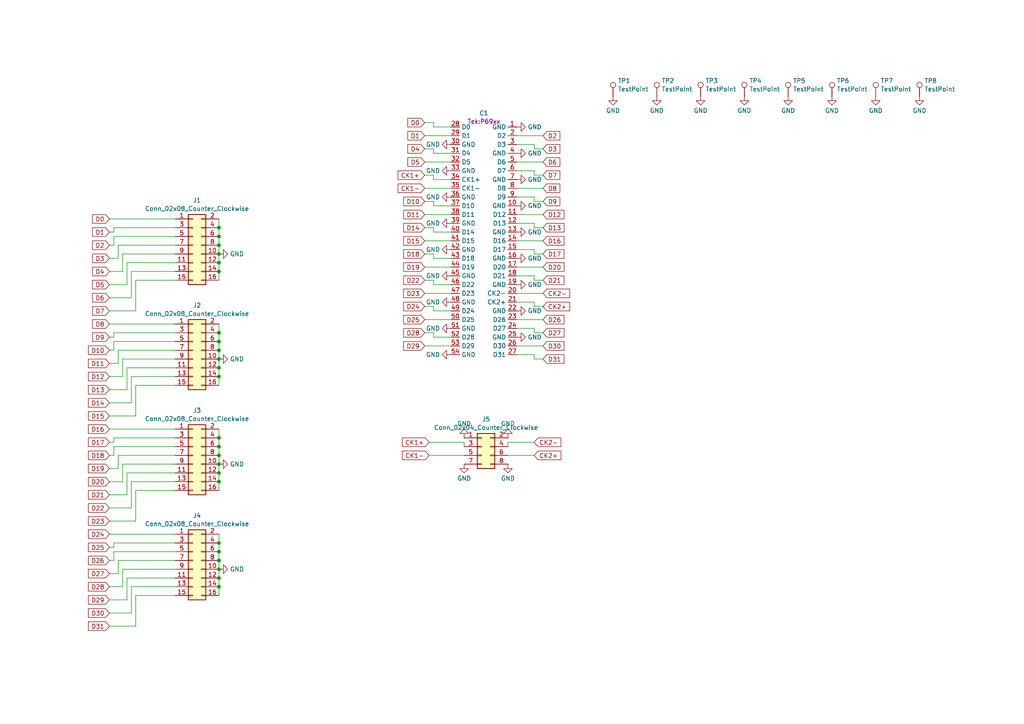
<source format=kicad_sch>
(kicad_sch (version 20231120) (generator "eeschema") (generator_version "8.0")
  (paper "A4")
  (lib_symbols
    (symbol "Connector:TestPoint" (pin_numbers hide) (pin_names (offset 0.762) hide)
      (property "Reference" "TP" (at 0 6.858 0))
      (property "Value" "TestPoint" (at 0 5.08 0))
      (symbol "TestPoint_0_1"
        (circle (center 0 3.302) (radius 0.762))
      )
      (symbol "TestPoint_1_1"
        (pin passive line (at 0 0 90) (length 2.54) (name "1") (number "1"))
      )
    )
    (symbol "Connector_Generic:Conn_02x04_Odd_Even" (pin_names (offset 1.016) hide)
      (property "Reference" "J" (at 1.27 5.08 0))
      (property "Value" "Conn_02x04_Odd_Even" (at 1.27 -7.62 0))
      (symbol "Conn_02x04_Odd_Even_1_1"
        (rectangle (start -1.27 -4.953) (end 0 -5.207) (stroke (width 0.1524)))
        (rectangle (start -1.27 -2.413) (end 0 -2.667) (stroke (width 0.1524)))
        (rectangle (start -1.27 0.127) (end 0 -0.127) (stroke (width 0.1524)))
        (rectangle (start -1.27 2.667) (end 0 2.413) (stroke (width 0.1524)))
        (rectangle (start -1.27 3.81) (end 3.81 -6.35) (stroke (width 0.254)) (fill (type background)))
        (rectangle (start 3.81 -4.953) (end 2.54 -5.207) (stroke (width 0.1524)))
        (rectangle (start 3.81 -2.413) (end 2.54 -2.667) (stroke (width 0.1524)))
        (rectangle (start 3.81 0.127) (end 2.54 -0.127) (stroke (width 0.1524)))
        (rectangle (start 3.81 2.667) (end 2.54 2.413) (stroke (width 0.1524)))
        (pin passive line (at -5.08 2.54 0) (length 3.81) (name "Pin_1") (number "1"))
        (pin passive line (at 7.62 2.54 180) (length 3.81) (name "Pin_2") (number "2"))
        (pin passive line (at -5.08 0 0) (length 3.81) (name "Pin_3") (number "3"))
        (pin passive line (at 7.62 0 180) (length 3.81) (name "Pin_4") (number "4"))
        (pin passive line (at -5.08 -2.54 0) (length 3.81) (name "Pin_5") (number "5"))
        (pin passive line (at 7.62 -2.54 180) (length 3.81) (name "Pin_6") (number "6"))
        (pin passive line (at -5.08 -5.08 0) (length 3.81) (name "Pin_7") (number "7"))
        (pin passive line (at 7.62 -5.08 180) (length 3.81) (name "Pin_8") (number "8"))
      )
    )
    (symbol "Connector_Generic:Conn_02x08_Odd_Even" (pin_names (offset 1.016) hide)
      (property "Reference" "J" (at 1.27 10.16 0))
      (property "Value" "Conn_02x08_Odd_Even" (at 1.27 -12.7 0))
      (symbol "Conn_02x08_Odd_Even_1_1"
        (rectangle (start -1.27 -10.033) (end 0 -10.287) (stroke (width 0.1524)))
        (rectangle (start -1.27 -7.493) (end 0 -7.747) (stroke (width 0.1524)))
        (rectangle (start -1.27 -4.953) (end 0 -5.207) (stroke (width 0.1524)))
        (rectangle (start -1.27 -2.413) (end 0 -2.667) (stroke (width 0.1524)))
        (rectangle (start -1.27 0.127) (end 0 -0.127) (stroke (width 0.1524)))
        (rectangle (start -1.27 2.667) (end 0 2.413) (stroke (width 0.1524)))
        (rectangle (start -1.27 5.207) (end 0 4.953) (stroke (width 0.1524)))
        (rectangle (start -1.27 7.747) (end 0 7.493) (stroke (width 0.1524)))
        (rectangle (start -1.27 8.89) (end 3.81 -11.43) (stroke (width 0.254)) (fill (type background)))
        (rectangle (start 3.81 -10.033) (end 2.54 -10.287) (stroke (width 0.1524)))
        (rectangle (start 3.81 -7.493) (end 2.54 -7.747) (stroke (width 0.1524)))
        (rectangle (start 3.81 -4.953) (end 2.54 -5.207) (stroke (width 0.1524)))
        (rectangle (start 3.81 -2.413) (end 2.54 -2.667) (stroke (width 0.1524)))
        (rectangle (start 3.81 0.127) (end 2.54 -0.127) (stroke (width 0.1524)))
        (rectangle (start 3.81 2.667) (end 2.54 2.413) (stroke (width 0.1524)))
        (rectangle (start 3.81 5.207) (end 2.54 4.953) (stroke (width 0.1524)))
        (rectangle (start 3.81 7.747) (end 2.54 7.493) (stroke (width 0.1524)))
        (pin passive line (at -5.08 7.62 0) (length 3.81) (name "Pin_1") (number "1"))
        (pin passive line (at 7.62 -2.54 180) (length 3.81) (name "Pin_10") (number "10"))
        (pin passive line (at -5.08 -5.08 0) (length 3.81) (name "Pin_11") (number "11"))
        (pin passive line (at 7.62 -5.08 180) (length 3.81) (name "Pin_12") (number "12"))
        (pin passive line (at -5.08 -7.62 0) (length 3.81) (name "Pin_13") (number "13"))
        (pin passive line (at 7.62 -7.62 180) (length 3.81) (name "Pin_14") (number "14"))
        (pin passive line (at -5.08 -10.16 0) (length 3.81) (name "Pin_15") (number "15"))
        (pin passive line (at 7.62 -10.16 180) (length 3.81) (name "Pin_16") (number "16"))
        (pin passive line (at 7.62 7.62 180) (length 3.81) (name "Pin_2") (number "2"))
        (pin passive line (at -5.08 5.08 0) (length 3.81) (name "Pin_3") (number "3"))
        (pin passive line (at 7.62 5.08 180) (length 3.81) (name "Pin_4") (number "4"))
        (pin passive line (at -5.08 2.54 0) (length 3.81) (name "Pin_5") (number "5"))
        (pin passive line (at 7.62 2.54 180) (length 3.81) (name "Pin_6") (number "6"))
        (pin passive line (at -5.08 0 0) (length 3.81) (name "Pin_7") (number "7"))
        (pin passive line (at 7.62 0 180) (length 3.81) (name "Pin_8") (number "8"))
        (pin passive line (at -5.08 -2.54 0) (length 3.81) (name "Pin_9") (number "9"))
      )
    )
    (symbol "power:GND" (power) (pin_numbers hide) (pin_names (offset 0) hide)
      (property "Value" "GND" (at 0 -3.81 0))
      (symbol "GND_0_1"
        (polyline (pts (xy 0 0) (xy 0 -1.27) (xy 1.27 -1.27) (xy 0 -2.54) (xy -1.27 -1.27) (xy 0 -1.27)))
      )
      (symbol "GND_1_1"
        (pin power_in line (at 0 0 270) (length 0) (name "~") (number "1"))
      )
    )
    (symbol "tek:P6960"
      (property "Reference" "C" (at 50.8 0 0))
      (property "Footprint" "Tek:P6960" (at 57.912 0.254 0))
      (symbol "P6960_1_1"
        (pin input line (at 3.81 38.1 180) (length 2.54) (name "GND") (number "1"))
        (pin input line (at 3.81 15.24 180) (length 2.54) (name "GND") (number "10"))
        (pin input line (at 3.81 12.7 180) (length 2.54) (name "D12") (number "11"))
        (pin input line (at 3.81 10.16 180) (length 2.54) (name "D13") (number "12"))
        (pin input line (at 3.81 7.62 180) (length 2.54) (name "GND") (number "13"))
        (pin input line (at 3.81 5.08 180) (length 2.54) (name "D16") (number "14"))
        (pin input line (at 3.81 2.54 180) (length 2.54) (name "D17") (number "15"))
        (pin input line (at 3.81 0 180) (length 2.54) (name "GND") (number "16"))
        (pin input line (at 3.81 -2.54 180) (length 2.54) (name "D20") (number "17"))
        (pin input line (at 3.81 -5.08 180) (length 2.54) (name "D21") (number "18"))
        (pin input line (at 3.81 -7.62 180) (length 2.54) (name "GND") (number "19"))
        (pin input line (at 3.81 35.56 180) (length 2.54) (name "D2") (number "2"))
        (pin input line (at 3.81 -10.16 180) (length 2.54) (name "CK2-") (number "20"))
        (pin input line (at 3.81 -12.7 180) (length 2.54) (name "CK2+") (number "21"))
        (pin input line (at 3.81 -15.24 180) (length 2.54) (name "GND") (number "22"))
        (pin input line (at 3.81 -17.78 180) (length 2.54) (name "D26") (number "23"))
        (pin input line (at 3.81 -20.32 180) (length 2.54) (name "D27") (number "24"))
        (pin input line (at 3.81 -22.86 180) (length 2.54) (name "GND") (number "25"))
        (pin input line (at 3.81 -25.4 180) (length 2.54) (name "D30") (number "26"))
        (pin input line (at 3.81 -27.94 180) (length 2.54) (name "D31") (number "27"))
        (pin input line (at -15.24 38.1 0) (length 2.54) (name "D0") (number "28"))
        (pin input line (at -15.24 35.56 0) (length 2.54) (name "D1") (number "29"))
        (pin input line (at 3.81 33.02 180) (length 2.54) (name "D3") (number "3"))
        (pin input line (at -15.24 33.02 0) (length 2.54) (name "GND") (number "30"))
        (pin input line (at -15.24 30.48 0) (length 2.54) (name "D4") (number "31"))
        (pin input line (at -15.24 27.94 0) (length 2.54) (name "D5") (number "32"))
        (pin input line (at -15.24 25.4 0) (length 2.54) (name "GND") (number "33"))
        (pin input line (at -15.24 22.86 0) (length 2.54) (name "CK1+") (number "34"))
        (pin input line (at -15.24 20.32 0) (length 2.54) (name "CK1-") (number "35"))
        (pin input line (at -15.24 17.78 0) (length 2.54) (name "GND") (number "36"))
        (pin input line (at -15.24 15.24 0) (length 2.54) (name "D10") (number "37"))
        (pin input line (at -15.24 12.7 0) (length 2.54) (name "D11") (number "38"))
        (pin input line (at -15.24 10.16 0) (length 2.54) (name "GND") (number "39"))
        (pin input line (at 3.81 30.48 180) (length 2.54) (name "GND") (number "4"))
        (pin input line (at -15.24 7.62 0) (length 2.54) (name "D14") (number "40"))
        (pin input line (at -15.24 5.08 0) (length 2.54) (name "D15") (number "41"))
        (pin input line (at -15.24 2.54 0) (length 2.54) (name "GND") (number "42"))
        (pin input line (at -15.24 0 0) (length 2.54) (name "D18") (number "43"))
        (pin input line (at -15.24 -2.54 0) (length 2.54) (name "D19") (number "44"))
        (pin input line (at -15.24 -5.08 0) (length 2.54) (name "GND") (number "45"))
        (pin input line (at -15.24 -7.62 0) (length 2.54) (name "D22") (number "46"))
        (pin input line (at -15.24 -10.16 0) (length 2.54) (name "D23") (number "47"))
        (pin input line (at -15.24 -12.7 0) (length 2.54) (name "GND") (number "48"))
        (pin input line (at -15.24 -15.24 0) (length 2.54) (name "D24") (number "49"))
        (pin input line (at 3.81 27.94 180) (length 2.54) (name "D6") (number "5"))
        (pin input line (at -15.24 -17.78 0) (length 2.54) (name "D25") (number "50"))
        (pin input line (at -15.24 -20.32 0) (length 2.54) (name "GND") (number "51"))
        (pin input line (at -15.24 -22.86 0) (length 2.54) (name "D28") (number "52"))
        (pin input line (at -15.24 -25.4 0) (length 2.54) (name "D29") (number "53"))
        (pin input line (at -15.24 -27.94 0) (length 2.54) (name "GND") (number "54"))
        (pin input line (at 3.81 25.4 180) (length 2.54) (name "D7") (number "6"))
        (pin input line (at 3.81 22.86 180) (length 2.54) (name "GND") (number "7"))
        (pin input line (at 3.81 20.32 180) (length 2.54) (name "D8") (number "8"))
        (pin input line (at 3.81 17.78 180) (length 2.54) (name "D9") (number "9"))
      )
    )
  )
  (junction (at 63.5 162.56))
  (junction (at 63.5 68.58))
  (junction (at 63.5 73.66))
  (junction (at 63.5 104.14))
  (junction (at 63.5 129.54))
  (junction (at 63.5 165.1))
  (junction (at 63.5 139.7))
  (junction (at 63.5 132.08))
  (junction (at 63.5 167.64))
  (junction (at 63.5 96.52))
  (junction (at 63.5 127))
  (junction (at 63.5 101.6))
  (junction (at 63.5 99.06))
  (junction (at 63.5 157.48))
  (junction (at 63.5 109.22))
  (junction (at 63.5 106.68))
  (junction (at 63.5 170.18))
  (junction (at 63.5 76.2))
  (junction (at 63.5 78.74))
  (junction (at 63.5 137.16))
  (junction (at 63.5 66.04))
  (junction (at 63.5 71.12))
  (junction (at 63.5 134.62))
  (junction (at 63.5 160.02))
  (wire (pts (xy 33.02 96.52) (xy 50.8 96.52)))
  (wire (pts (xy 39.37 172.72) (xy 50.8 172.72)))
  (wire (pts (xy 31.75 166.37) (xy 34.29 166.37)))
  (wire (pts (xy 39.37 120.65) (xy 39.37 111.76)))
  (wire (pts (xy 154.94 96.52) (xy 154.94 95.25)))
  (wire (pts (xy 123.19 88.9) (xy 125.73 88.9)))
  (wire (pts (xy 38.1 177.8) (xy 38.1 170.18)))
  (wire (pts (xy 31.75 78.74) (xy 35.56 78.74)))
  (wire (pts (xy 154.94 41.91) (xy 149.86 41.91)))
  (wire (pts (xy 33.02 157.48) (xy 50.8 157.48)))
  (wire (pts (xy 154.94 66.04) (xy 154.94 64.77)))
  (wire (pts (xy 123.19 81.28) (xy 125.73 81.28)))
  (wire (pts (xy 157.48 81.28) (xy 154.94 81.28)))
  (wire (pts (xy 36.83 113.03) (xy 36.83 106.68)))
  (wire (pts (xy 154.94 87.63) (xy 149.86 87.63)))
  (wire (pts (xy 154.94 102.87) (xy 149.86 102.87)))
  (wire (pts (xy 157.48 69.85) (xy 149.86 69.85)))
  (wire (pts (xy 63.5 78.74) (xy 63.5 81.28)))
  (wire (pts (xy 31.75 97.79) (xy 33.02 97.79)))
  (wire (pts (xy 63.5 106.68) (xy 63.5 109.22)))
  (wire (pts (xy 31.75 139.7) (xy 35.56 139.7)))
  (wire (pts (xy 154.94 104.14) (xy 154.94 102.87)))
  (wire (pts (xy 123.19 46.99) (xy 130.81 46.99)))
  (wire (pts (xy 34.29 105.41) (xy 34.29 101.6)))
  (wire (pts (xy 63.5 134.62) (xy 63.5 137.16)))
  (wire (pts (xy 34.29 135.89) (xy 34.29 132.08)))
  (wire (pts (xy 63.5 99.06) (xy 63.5 101.6)))
  (wire (pts (xy 36.83 143.51) (xy 36.83 137.16)))
  (wire (pts (xy 31.75 143.51) (xy 36.83 143.51)))
  (wire (pts (xy 34.29 166.37) (xy 34.29 162.56)))
  (wire (pts (xy 123.19 50.8) (xy 125.73 50.8)))
  (wire (pts (xy 157.48 50.8) (xy 154.94 50.8)))
  (wire (pts (xy 38.1 109.22) (xy 50.8 109.22)))
  (wire (pts (xy 63.5 68.58) (xy 63.5 71.12)))
  (wire (pts (xy 154.94 128.27) (xy 147.32 128.27)))
  (wire (pts (xy 63.5 165.1) (xy 63.5 167.64)))
  (wire (pts (xy 63.5 129.54) (xy 63.5 132.08)))
  (wire (pts (xy 123.19 69.85) (xy 130.81 69.85)))
  (wire (pts (xy 31.75 151.13) (xy 39.37 151.13)))
  (wire (pts (xy 38.1 78.74) (xy 50.8 78.74)))
  (wire (pts (xy 31.75 63.5) (xy 50.8 63.5)))
  (wire (pts (xy 157.48 73.66) (xy 154.94 73.66)))
  (wire (pts (xy 157.48 88.9) (xy 154.94 88.9)))
  (wire (pts (xy 125.73 43.18) (xy 125.73 44.45)))
  (wire (pts (xy 124.46 132.08) (xy 134.62 132.08)))
  (wire (pts (xy 157.48 85.09) (xy 149.86 85.09)))
  (wire (pts (xy 34.29 101.6) (xy 50.8 101.6)))
  (wire (pts (xy 154.94 88.9) (xy 154.94 87.63)))
  (wire (pts (xy 154.94 50.8) (xy 154.94 49.53)))
  (wire (pts (xy 123.19 39.37) (xy 130.81 39.37)))
  (wire (pts (xy 31.75 86.36) (xy 38.1 86.36)))
  (wire (pts (xy 39.37 90.17) (xy 39.37 81.28)))
  (wire (pts (xy 31.75 93.98) (xy 50.8 93.98)))
  (wire (pts (xy 63.5 109.22) (xy 63.5 111.76)))
  (wire (pts (xy 154.94 58.42) (xy 154.94 57.15)))
  (wire (pts (xy 38.1 86.36) (xy 38.1 78.74)))
  (wire (pts (xy 33.02 128.27) (xy 33.02 127)))
  (wire (pts (xy 31.75 116.84) (xy 38.1 116.84)))
  (wire (pts (xy 125.73 74.93) (xy 130.81 74.93)))
  (wire (pts (xy 63.5 137.16) (xy 63.5 139.7)))
  (wire (pts (xy 31.75 147.32) (xy 38.1 147.32)))
  (wire (pts (xy 36.83 106.68) (xy 50.8 106.68)))
  (wire (pts (xy 33.02 158.75) (xy 33.02 157.48)))
  (wire (pts (xy 63.5 154.94) (xy 63.5 157.48)))
  (wire (pts (xy 33.02 132.08) (xy 33.02 129.54)))
  (wire (pts (xy 35.56 104.14) (xy 50.8 104.14)))
  (wire (pts (xy 125.73 67.31) (xy 130.81 67.31)))
  (wire (pts (xy 31.75 113.03) (xy 36.83 113.03)))
  (wire (pts (xy 31.75 90.17) (xy 39.37 90.17)))
  (wire (pts (xy 123.19 92.71) (xy 130.81 92.71)))
  (wire (pts (xy 31.75 135.89) (xy 34.29 135.89)))
  (wire (pts (xy 31.75 154.94) (xy 50.8 154.94)))
  (wire (pts (xy 33.02 99.06) (xy 50.8 99.06)))
  (wire (pts (xy 157.48 100.33) (xy 149.86 100.33)))
  (wire (pts (xy 63.5 96.52) (xy 63.5 99.06)))
  (wire (pts (xy 125.73 52.07) (xy 130.81 52.07)))
  (wire (pts (xy 123.19 73.66) (xy 125.73 73.66)))
  (wire (pts (xy 33.02 66.04) (xy 50.8 66.04)))
  (wire (pts (xy 34.29 74.93) (xy 34.29 71.12)))
  (wire (pts (xy 33.02 68.58) (xy 50.8 68.58)))
  (wire (pts (xy 157.48 46.99) (xy 149.86 46.99)))
  (wire (pts (xy 63.5 132.08) (xy 63.5 134.62)))
  (wire (pts (xy 36.83 167.64) (xy 50.8 167.64)))
  (wire (pts (xy 63.5 63.5) (xy 63.5 66.04)))
  (wire (pts (xy 31.75 124.46) (xy 50.8 124.46)))
  (wire (pts (xy 31.75 132.08) (xy 33.02 132.08)))
  (wire (pts (xy 33.02 162.56) (xy 33.02 160.02)))
  (wire (pts (xy 31.75 177.8) (xy 38.1 177.8)))
  (wire (pts (xy 31.75 109.22) (xy 35.56 109.22)))
  (wire (pts (xy 33.02 160.02) (xy 50.8 160.02)))
  (wire (pts (xy 63.5 127) (xy 63.5 129.54)))
  (wire (pts (xy 123.19 43.18) (xy 125.73 43.18)))
  (wire (pts (xy 123.19 66.04) (xy 125.73 66.04)))
  (wire (pts (xy 147.32 128.27) (xy 147.32 129.54)))
  (wire (pts (xy 123.19 100.33) (xy 130.81 100.33)))
  (wire (pts (xy 31.75 128.27) (xy 33.02 128.27)))
  (wire (pts (xy 33.02 127) (xy 50.8 127)))
  (wire (pts (xy 38.1 139.7) (xy 50.8 139.7)))
  (wire (pts (xy 36.83 82.55) (xy 36.83 76.2)))
  (wire (pts (xy 123.19 35.56) (xy 125.73 35.56)))
  (wire (pts (xy 33.02 67.31) (xy 33.02 66.04)))
  (wire (pts (xy 154.94 43.18) (xy 154.94 41.91)))
  (wire (pts (xy 31.75 120.65) (xy 39.37 120.65)))
  (wire (pts (xy 125.73 97.79) (xy 130.81 97.79)))
  (wire (pts (xy 154.94 81.28) (xy 154.94 80.01)))
  (wire (pts (xy 154.94 95.25) (xy 149.86 95.25)))
  (wire (pts (xy 125.73 88.9) (xy 125.73 90.17)))
  (wire (pts (xy 123.19 62.23) (xy 130.81 62.23)))
  (wire (pts (xy 39.37 81.28) (xy 50.8 81.28)))
  (wire (pts (xy 125.73 66.04) (xy 125.73 67.31)))
  (wire (pts (xy 31.75 170.18) (xy 35.56 170.18)))
  (wire (pts (xy 35.56 109.22) (xy 35.56 104.14)))
  (wire (pts (xy 31.75 74.93) (xy 34.29 74.93)))
  (wire (pts (xy 154.94 64.77) (xy 149.86 64.77)))
  (wire (pts (xy 33.02 71.12) (xy 33.02 68.58)))
  (wire (pts (xy 63.5 170.18) (xy 63.5 172.72)))
  (wire (pts (xy 125.73 81.28) (xy 125.73 82.55)))
  (wire (pts (xy 63.5 160.02) (xy 63.5 162.56)))
  (wire (pts (xy 63.5 101.6) (xy 63.5 104.14)))
  (wire (pts (xy 154.94 73.66) (xy 154.94 72.39)))
  (wire (pts (xy 63.5 104.14) (xy 63.5 106.68)))
  (wire (pts (xy 154.94 80.01) (xy 149.86 80.01)))
  (wire (pts (xy 123.19 77.47) (xy 130.81 77.47)))
  (wire (pts (xy 35.56 78.74) (xy 35.56 73.66)))
  (wire (pts (xy 39.37 111.76) (xy 50.8 111.76)))
  (wire (pts (xy 154.94 72.39) (xy 149.86 72.39)))
  (wire (pts (xy 157.48 92.71) (xy 149.86 92.71)))
  (wire (pts (xy 124.46 128.27) (xy 134.62 128.27)))
  (wire (pts (xy 35.56 165.1) (xy 50.8 165.1)))
  (wire (pts (xy 157.48 62.23) (xy 149.86 62.23)))
  (wire (pts (xy 154.94 57.15) (xy 149.86 57.15)))
  (wire (pts (xy 35.56 170.18) (xy 35.56 165.1)))
  (wire (pts (xy 154.94 49.53) (xy 149.86 49.53)))
  (wire (pts (xy 63.5 139.7) (xy 63.5 142.24)))
  (wire (pts (xy 123.19 54.61) (xy 130.81 54.61)))
  (wire (pts (xy 34.29 132.08) (xy 50.8 132.08)))
  (wire (pts (xy 31.75 82.55) (xy 36.83 82.55)))
  (wire (pts (xy 157.48 104.14) (xy 154.94 104.14)))
  (wire (pts (xy 33.02 97.79) (xy 33.02 96.52)))
  (wire (pts (xy 123.19 58.42) (xy 125.73 58.42)))
  (wire (pts (xy 38.1 116.84) (xy 38.1 109.22)))
  (wire (pts (xy 31.75 181.61) (xy 39.37 181.61)))
  (wire (pts (xy 33.02 101.6) (xy 33.02 99.06)))
  (wire (pts (xy 123.19 96.52) (xy 125.73 96.52)))
  (wire (pts (xy 33.02 129.54) (xy 50.8 129.54)))
  (wire (pts (xy 63.5 157.48) (xy 63.5 160.02)))
  (wire (pts (xy 63.5 73.66) (xy 63.5 76.2)))
  (wire (pts (xy 31.75 71.12) (xy 33.02 71.12)))
  (wire (pts (xy 125.73 59.69) (xy 130.81 59.69)))
  (wire (pts (xy 63.5 66.04) (xy 63.5 68.58)))
  (wire (pts (xy 125.73 73.66) (xy 125.73 74.93)))
  (wire (pts (xy 63.5 93.98) (xy 63.5 96.52)))
  (wire (pts (xy 63.5 124.46) (xy 63.5 127)))
  (wire (pts (xy 31.75 162.56) (xy 33.02 162.56)))
  (wire (pts (xy 125.73 44.45) (xy 130.81 44.45)))
  (wire (pts (xy 35.56 73.66) (xy 50.8 73.66)))
  (wire (pts (xy 125.73 82.55) (xy 130.81 82.55)))
  (wire (pts (xy 38.1 147.32) (xy 38.1 139.7)))
  (wire (pts (xy 63.5 71.12) (xy 63.5 73.66)))
  (wire (pts (xy 125.73 50.8) (xy 125.73 52.07)))
  (wire (pts (xy 157.48 77.47) (xy 149.86 77.47)))
  (wire (pts (xy 31.75 158.75) (xy 33.02 158.75)))
  (wire (pts (xy 123.19 85.09) (xy 130.81 85.09)))
  (wire (pts (xy 63.5 162.56) (xy 63.5 165.1)))
  (wire (pts (xy 31.75 105.41) (xy 34.29 105.41)))
  (wire (pts (xy 36.83 173.99) (xy 36.83 167.64)))
  (wire (pts (xy 36.83 76.2) (xy 50.8 76.2)))
  (wire (pts (xy 38.1 170.18) (xy 50.8 170.18)))
  (wire (pts (xy 39.37 142.24) (xy 50.8 142.24)))
  (wire (pts (xy 39.37 151.13) (xy 39.37 142.24)))
  (wire (pts (xy 35.56 139.7) (xy 35.56 134.62)))
  (wire (pts (xy 34.29 162.56) (xy 50.8 162.56)))
  (wire (pts (xy 39.37 181.61) (xy 39.37 172.72)))
  (wire (pts (xy 157.48 39.37) (xy 149.86 39.37)))
  (wire (pts (xy 35.56 134.62) (xy 50.8 134.62)))
  (wire (pts (xy 134.62 128.27) (xy 134.62 129.54)))
  (wire (pts (xy 63.5 167.64) (xy 63.5 170.18)))
  (wire (pts (xy 147.32 132.08) (xy 154.94 132.08)))
  (wire (pts (xy 125.73 90.17) (xy 130.81 90.17)))
  (wire (pts (xy 157.48 43.18) (xy 154.94 43.18)))
  (wire (pts (xy 31.75 101.6) (xy 33.02 101.6)))
  (wire (pts (xy 34.29 71.12) (xy 50.8 71.12)))
  (wire (pts (xy 125.73 96.52) (xy 125.73 97.79)))
  (wire (pts (xy 157.48 54.61) (xy 149.86 54.61)))
  (wire (pts (xy 157.48 96.52) (xy 154.94 96.52)))
  (wire (pts (xy 125.73 58.42) (xy 125.73 59.69)))
  (wire (pts (xy 125.73 35.56) (xy 125.73 36.83)))
  (wire (pts (xy 125.73 36.83) (xy 130.81 36.83)))
  (wire (pts (xy 63.5 76.2) (xy 63.5 78.74)))
  (wire (pts (xy 31.75 67.31) (xy 33.02 67.31)))
  (wire (pts (xy 157.48 66.04) (xy 154.94 66.04)))
  (wire (pts (xy 36.83 137.16) (xy 50.8 137.16)))
  (wire (pts (xy 157.48 58.42) (xy 154.94 58.42)))
  (wire (pts (xy 31.75 173.99) (xy 36.83 173.99)))
  (global_label "D12" (shape input) (at 157.48 62.23 0) (property "Intersheetrefs" "${INTERSHEET_REFS}" (effects (hide yes))))
  (global_label "D15" (shape input) (at 123.19 69.85 180) (property "Intersheetrefs" "${INTERSHEET_REFS}" (effects (hide yes))))
  (global_label "D14" (shape input) (at 31.75 116.84 180) (property "Intersheetrefs" "${INTERSHEET_REFS}" (effects (hide yes))))
  (global_label "D13" (shape input) (at 31.75 113.03 180) (property "Intersheetrefs" "${INTERSHEET_REFS}" (effects (hide yes))))
  (global_label "D20" (shape input) (at 157.48 77.47 0) (property "Intersheetrefs" "${INTERSHEET_REFS}" (effects (hide yes))))
  (global_label "D23" (shape input) (at 123.19 85.09 180) (property "Intersheetrefs" "${INTERSHEET_REFS}" (effects (hide yes))))
  (global_label "D31" (shape input) (at 157.48 104.14 0) (property "Intersheetrefs" "${INTERSHEET_REFS}" (effects (hide yes))))
  (global_label "D6" (shape input) (at 31.75 86.36 180) (property "Intersheetrefs" "${INTERSHEET_REFS}" (effects (hide yes))))
  (global_label "D22" (shape input) (at 123.19 81.28 180) (property "Intersheetrefs" "${INTERSHEET_REFS}" (effects (hide yes))))
  (global_label "D16" (shape input) (at 31.75 124.46 180) (property "Intersheetrefs" "${INTERSHEET_REFS}" (effects (hide yes))))
  (global_label "D29" (shape input) (at 31.75 173.99 180) (property "Intersheetrefs" "${INTERSHEET_REFS}" (effects (hide yes))))
  (global_label "D19" (shape input) (at 123.19 77.47 180) (property "Intersheetrefs" "${INTERSHEET_REFS}" (effects (hide yes))))
  (global_label "D28" (shape input) (at 31.75 170.18 180) (property "Intersheetrefs" "${INTERSHEET_REFS}" (effects (hide yes))))
  (global_label "D1" (shape input) (at 123.19 39.37 180) (property "Intersheetrefs" "${INTERSHEET_REFS}" (effects (hide yes))))
  (global_label "D16" (shape input) (at 157.48 69.85 0) (property "Intersheetrefs" "${INTERSHEET_REFS}" (effects (hide yes))))
  (global_label "D17" (shape input) (at 157.48 73.66 0) (property "Intersheetrefs" "${INTERSHEET_REFS}" (effects (hide yes))))
  (global_label "D28" (shape input) (at 123.19 96.52 180) (property "Intersheetrefs" "${INTERSHEET_REFS}" (effects (hide yes))))
  (global_label "D2" (shape input) (at 157.48 39.37 0) (property "Intersheetrefs" "${INTERSHEET_REFS}" (effects (hide yes))))
  (global_label "D17" (shape input) (at 31.75 128.27 180) (property "Intersheetrefs" "${INTERSHEET_REFS}" (effects (hide yes))))
  (global_label "CK2-" (shape input) (at 157.48 85.09 0) (property "Intersheetrefs" "${INTERSHEET_REFS}" (effects (hide yes))))
  (global_label "D25" (shape input) (at 31.75 158.75 180) (property "Intersheetrefs" "${INTERSHEET_REFS}" (effects (hide yes))))
  (global_label "D19" (shape input) (at 31.75 135.89 180) (property "Intersheetrefs" "${INTERSHEET_REFS}" (effects (hide yes))))
  (global_label "CK2-" (shape input) (at 154.94 128.27 0) (property "Intersheetrefs" "${INTERSHEET_REFS}" (effects (hide yes))))
  (global_label "D31" (shape input) (at 31.75 181.61 180) (property "Intersheetrefs" "${INTERSHEET_REFS}" (effects (hide yes))))
  (global_label "D12" (shape input) (at 31.75 109.22 180) (property "Intersheetrefs" "${INTERSHEET_REFS}" (effects (hide yes))))
  (global_label "D15" (shape input) (at 31.75 120.65 180) (property "Intersheetrefs" "${INTERSHEET_REFS}" (effects (hide yes))))
  (global_label "D10" (shape input) (at 123.19 58.42 180) (property "Intersheetrefs" "${INTERSHEET_REFS}" (effects (hide yes))))
  (global_label "D13" (shape input) (at 157.48 66.04 0) (property "Intersheetrefs" "${INTERSHEET_REFS}" (effects (hide yes))))
  (global_label "D0" (shape input) (at 31.75 63.5 180) (property "Intersheetrefs" "${INTERSHEET_REFS}" (effects (hide yes))))
  (global_label "D18" (shape input) (at 123.19 73.66 180) (property "Intersheetrefs" "${INTERSHEET_REFS}" (effects (hide yes))))
  (global_label "D18" (shape input) (at 31.75 132.08 180) (property "Intersheetrefs" "${INTERSHEET_REFS}" (effects (hide yes))))
  (global_label "D0" (shape input) (at 123.19 35.56 180) (property "Intersheetrefs" "${INTERSHEET_REFS}" (effects (hide yes))))
  (global_label "D20" (shape input) (at 31.75 139.7 180) (property "Intersheetrefs" "${INTERSHEET_REFS}" (effects (hide yes))))
  (global_label "D9" (shape input) (at 31.75 97.79 180) (property "Intersheetrefs" "${INTERSHEET_REFS}" (effects (hide yes))))
  (global_label "D7" (shape input) (at 157.48 50.8 0) (property "Intersheetrefs" "${INTERSHEET_REFS}" (effects (hide yes))))
  (global_label "D25" (shape input) (at 123.19 92.71 180) (property "Intersheetrefs" "${INTERSHEET_REFS}" (effects (hide yes))))
  (global_label "D29" (shape input) (at 123.19 100.33 180) (property "Intersheetrefs" "${INTERSHEET_REFS}" (effects (hide yes))))
  (global_label "CK1+" (shape input) (at 124.46 128.27 180) (property "Intersheetrefs" "${INTERSHEET_REFS}" (effects (hide yes))))
  (global_label "CK1+" (shape input) (at 123.19 50.8 180) (property "Intersheetrefs" "${INTERSHEET_REFS}" (effects (hide yes))))
  (global_label "D4" (shape input) (at 31.75 78.74 180) (property "Intersheetrefs" "${INTERSHEET_REFS}" (effects (hide yes))))
  (global_label "CK2+" (shape input) (at 157.48 88.9 0) (property "Intersheetrefs" "${INTERSHEET_REFS}" (effects (hide yes))))
  (global_label "D21" (shape input) (at 157.48 81.28 0) (property "Intersheetrefs" "${INTERSHEET_REFS}" (effects (hide yes))))
  (global_label "D5" (shape input) (at 31.75 82.55 180) (property "Intersheetrefs" "${INTERSHEET_REFS}" (effects (hide yes))))
  (global_label "D7" (shape input) (at 31.75 90.17 180) (property "Intersheetrefs" "${INTERSHEET_REFS}" (effects (hide yes))))
  (global_label "D24" (shape input) (at 31.75 154.94 180) (property "Intersheetrefs" "${INTERSHEET_REFS}" (effects (hide yes))))
  (global_label "D26" (shape input) (at 31.75 162.56 180) (property "Intersheetrefs" "${INTERSHEET_REFS}" (effects (hide yes))))
  (global_label "D4" (shape input) (at 123.19 43.18 180) (property "Intersheetrefs" "${INTERSHEET_REFS}" (effects (hide yes))))
  (global_label "D26" (shape input) (at 157.48 92.71 0) (property "Intersheetrefs" "${INTERSHEET_REFS}" (effects (hide yes))))
  (global_label "CK2+" (shape input) (at 154.94 132.08 0) (property "Intersheetrefs" "${INTERSHEET_REFS}" (effects (hide yes))))
  (global_label "D11" (shape input) (at 123.19 62.23 180) (property "Intersheetrefs" "${INTERSHEET_REFS}" (effects (hide yes))))
  (global_label "D6" (shape input) (at 157.48 46.99 0) (property "Intersheetrefs" "${INTERSHEET_REFS}" (effects (hide yes))))
  (global_label "D3" (shape input) (at 31.75 74.93 180) (property "Intersheetrefs" "${INTERSHEET_REFS}" (effects (hide yes))))
  (global_label "D3" (shape input) (at 157.48 43.18 0) (property "Intersheetrefs" "${INTERSHEET_REFS}" (effects (hide yes))))
  (global_label "CK1-" (shape input) (at 123.19 54.61 180) (property "Intersheetrefs" "${INTERSHEET_REFS}" (effects (hide yes))))
  (global_label "D8" (shape input) (at 157.48 54.61 0) (property "Intersheetrefs" "${INTERSHEET_REFS}" (effects (hide yes))))
  (global_label "D27" (shape input) (at 31.75 166.37 180) (property "Intersheetrefs" "${INTERSHEET_REFS}" (effects (hide yes))))
  (global_label "D2" (shape input) (at 31.75 71.12 180) (property "Intersheetrefs" "${INTERSHEET_REFS}" (effects (hide yes))))
  (global_label "D30" (shape input) (at 157.48 100.33 0) (property "Intersheetrefs" "${INTERSHEET_REFS}" (effects (hide yes))))
  (global_label "D9" (shape input) (at 157.48 58.42 0) (property "Intersheetrefs" "${INTERSHEET_REFS}" (effects (hide yes))))
  (global_label "D10" (shape input) (at 31.75 101.6 180) (property "Intersheetrefs" "${INTERSHEET_REFS}" (effects (hide yes))))
  (global_label "D30" (shape input) (at 31.75 177.8 180) (property "Intersheetrefs" "${INTERSHEET_REFS}" (effects (hide yes))))
  (global_label "D14" (shape input) (at 123.19 66.04 180) (property "Intersheetrefs" "${INTERSHEET_REFS}" (effects (hide yes))))
  (global_label "D27" (shape input) (at 157.48 96.52 0) (property "Intersheetrefs" "${INTERSHEET_REFS}" (effects (hide yes))))
  (global_label "D1" (shape input) (at 31.75 67.31 180) (property "Intersheetrefs" "${INTERSHEET_REFS}" (effects (hide yes))))
  (global_label "D8" (shape input) (at 31.75 93.98 180) (property "Intersheetrefs" "${INTERSHEET_REFS}" (effects (hide yes))))
  (global_label "D5" (shape input) (at 123.19 46.99 180) (property "Intersheetrefs" "${INTERSHEET_REFS}" (effects (hide yes))))
  (global_label "D23" (shape input) (at 31.75 151.13 180) (property "Intersheetrefs" "${INTERSHEET_REFS}" (effects (hide yes))))
  (global_label "D21" (shape input) (at 31.75 143.51 180) (property "Intersheetrefs" "${INTERSHEET_REFS}" (effects (hide yes))))
  (global_label "D22" (shape input) (at 31.75 147.32 180) (property "Intersheetrefs" "${INTERSHEET_REFS}" (effects (hide yes))))
  (global_label "CK1-" (shape input) (at 124.46 132.08 180) (property "Intersheetrefs" "${INTERSHEET_REFS}" (effects (hide yes))))
  (global_label "D24" (shape input) (at 123.19 88.9 180) (property "Intersheetrefs" "${INTERSHEET_REFS}" (effects (hide yes))))
  (global_label "D11" (shape input) (at 31.75 105.41 180) (property "Intersheetrefs" "${INTERSHEET_REFS}" (effects (hide yes))))
  (symbol (lib_id "power:GND") (at 149.86 74.93 90) (unit 1)
    (property "Reference" "#PWR013" (effects (hide yes)))
    (property "Value" "GND" (at 153.035 74.93 90) (effects (justify right)))
    (property "Description" "Power symbol creates a global label with name \"GND\" , ground" (effects (hide yes)))
  )
  (symbol (lib_id "Connector:TestPoint") (at 203.2 27.94 0) (unit 1)
    (property "Reference" "TP3" (at 204.597 23.4258 0) (effects (justify left)))
    (property "Value" "TestPoint" (at 204.597 25.8501 0) (effects (justify left)))
    (property "Footprint" "TestPoint:TestPoint_Pad_2.0x2.0mm" (effects (hide yes)))
    (property "Description" "test point" (effects (hide yes)))
  )
  (symbol (lib_id "power:GND") (at 130.81 41.91 270) (unit 1)
    (property "Reference" "#PWR01" (effects (hide yes)))
    (property "Value" "GND" (at 127.6351 41.91 90) (effects (justify right)))
    (property "Description" "Power symbol creates a global label with name \"GND\" , ground" (effects (hide yes)))
  )
  (symbol (lib_id "power:GND") (at 130.81 102.87 270) (unit 1)
    (property "Reference" "#PWR09" (effects (hide yes)))
    (property "Value" "GND" (at 127.6351 102.87 90) (effects (justify right)))
    (property "Description" "Power symbol creates a global label with name \"GND\" , ground" (effects (hide yes)))
  )
  (symbol (lib_id "power:GND") (at 241.3 27.94 0) (unit 1)
    (property "Reference" "#PWR032" (effects (hide yes)))
    (property "Value" "GND" (at 241.3 32.0731 0))
    (property "Description" "Power symbol creates a global label with name \"GND\" , ground" (effects (hide yes)))
  )
  (symbol (lib_id "power:GND") (at 134.62 127 180) (unit 1)
    (property "Reference" "#PWR024" (effects (hide yes)))
    (property "Value" "GND" (at 134.62 122.8669 0))
    (property "Description" "Power symbol creates a global label with name \"GND\" , ground" (effects (hide yes)))
  )
  (symbol (lib_id "power:GND") (at 134.62 134.62 0) (unit 1)
    (property "Reference" "#PWR025" (effects (hide yes)))
    (property "Value" "GND" (at 134.62 138.7531 0))
    (property "Description" "Power symbol creates a global label with name \"GND\" , ground" (effects (hide yes)))
  )
  (symbol (lib_id "Connector:TestPoint") (at 177.8 27.94 0) (unit 1)
    (property "Reference" "TP1" (at 179.197 23.4258 0) (effects (justify left)))
    (property "Value" "TestPoint" (at 179.197 25.8501 0) (effects (justify left)))
    (property "Footprint" "TestPoint:TestPoint_Pad_2.0x2.0mm" (effects (hide yes)))
    (property "Description" "test point" (effects (hide yes)))
  )
  (symbol (lib_id "power:GND") (at 266.7 27.94 0) (unit 1)
    (property "Reference" "#PWR034" (effects (hide yes)))
    (property "Value" "GND" (at 266.7 32.0731 0))
    (property "Description" "Power symbol creates a global label with name \"GND\" , ground" (effects (hide yes)))
  )
  (symbol (lib_id "power:GND") (at 147.32 134.62 0) (unit 1)
    (property "Reference" "#PWR026" (effects (hide yes)))
    (property "Value" "GND" (at 147.32 138.7531 0))
    (property "Description" "Power symbol creates a global label with name \"GND\" , ground" (effects (hide yes)))
  )
  (symbol (lib_id "power:GND") (at 130.81 64.77 270) (unit 1)
    (property "Reference" "#PWR04" (effects (hide yes)))
    (property "Value" "GND" (at 127.6351 64.77 90) (effects (justify right)))
    (property "Description" "Power symbol creates a global label with name \"GND\" , ground" (effects (hide yes)))
  )
  (symbol (lib_id "Connector_Generic:Conn_02x08_Odd_Even") (at 55.88 101.6 0) (unit 1)
    (property "Reference" "J2" (at 57.15 88.5655 0))
    (property "Value" "Conn_02x08_Counter_Clockwise" (at 57.15 90.9898 0))
    (property "Footprint" "Connector_PinHeader_2.54mm:PinHeader_2x08_P2.54mm_Vertical" (effects (hide yes)))
    (property "Description" "Generic connector, double row, 02x08, odd/even pin numbering scheme (row 1 odd numbers, row 2 even numbers), script generated (kicad-library-utils/schlib/autogen/connector/)" (effects (hide yes)))
  )
  (symbol (lib_id "power:GND") (at 149.86 36.83 90) (unit 1)
    (property "Reference" "#PWR018" (effects (hide yes)))
    (property "Value" "GND" (at 153.035 36.83 90) (effects (justify right)))
    (property "Description" "Power symbol creates a global label with name \"GND\" , ground" (effects (hide yes)))
  )
  (symbol (lib_id "power:GND") (at 147.32 127 180) (unit 1)
    (property "Reference" "#PWR023" (effects (hide yes)))
    (property "Value" "GND" (at 147.32 122.8669 0))
    (property "Description" "Power symbol creates a global label with name \"GND\" , ground" (effects (hide yes)))
  )
  (symbol (lib_id "power:GND") (at 149.86 52.07 90) (unit 1)
    (property "Reference" "#PWR016" (effects (hide yes)))
    (property "Value" "GND" (at 153.035 52.07 90) (effects (justify right)))
    (property "Description" "Power symbol creates a global label with name \"GND\" , ground" (effects (hide yes)))
  )
  (symbol (lib_id "power:GND") (at 203.2 27.94 0) (unit 1)
    (property "Reference" "#PWR029" (effects (hide yes)))
    (property "Value" "GND" (at 203.2 32.0731 0))
    (property "Description" "Power symbol creates a global label with name \"GND\" , ground" (effects (hide yes)))
  )
  (symbol (lib_id "power:GND") (at 149.86 97.79 90) (unit 1)
    (property "Reference" "#PWR010" (effects (hide yes)))
    (property "Value" "GND" (at 153.035 97.79 90) (effects (justify right)))
    (property "Description" "Power symbol creates a global label with name \"GND\" , ground" (effects (hide yes)))
  )
  (symbol (lib_id "power:GND") (at 130.81 87.63 270) (unit 1)
    (property "Reference" "#PWR07" (effects (hide yes)))
    (property "Value" "GND" (at 127.6351 87.63 90) (effects (justify right)))
    (property "Description" "Power symbol creates a global label with name \"GND\" , ground" (effects (hide yes)))
  )
  (symbol (lib_id "power:GND") (at 130.81 80.01 270) (unit 1)
    (property "Reference" "#PWR06" (effects (hide yes)))
    (property "Value" "GND" (at 127.6351 80.01 90) (effects (justify right)))
    (property "Description" "Power symbol creates a global label with name \"GND\" , ground" (effects (hide yes)))
  )
  (symbol (lib_id "power:GND") (at 190.5 27.94 0) (unit 1)
    (property "Reference" "#PWR028" (effects (hide yes)))
    (property "Value" "GND" (at 190.5 32.0731 0))
    (property "Description" "Power symbol creates a global label with name \"GND\" , ground" (effects (hide yes)))
  )
  (symbol (lib_id "power:GND") (at 177.8 27.94 0) (unit 1)
    (property "Reference" "#PWR027" (effects (hide yes)))
    (property "Value" "GND" (at 177.8 32.0731 0))
    (property "Description" "Power symbol creates a global label with name \"GND\" , ground" (effects (hide yes)))
  )
  (symbol (lib_id "power:GND") (at 149.86 67.31 90) (unit 1)
    (property "Reference" "#PWR014" (effects (hide yes)))
    (property "Value" "GND" (at 153.035 67.31 90) (effects (justify right)))
    (property "Description" "Power symbol creates a global label with name \"GND\" , ground" (effects (hide yes)))
  )
  (symbol (lib_id "power:GND") (at 63.5 73.66 90) (unit 1)
    (property "Reference" "#PWR019" (effects (hide yes)))
    (property "Value" "GND" (at 66.675 73.66 90) (effects (justify right)))
    (property "Description" "Power symbol creates a global label with name \"GND\" , ground" (effects (hide yes)))
  )
  (symbol (lib_id "Connector:TestPoint") (at 241.3 27.94 0) (unit 1)
    (property "Reference" "TP6" (at 242.697 23.4258 0) (effects (justify left)))
    (property "Value" "TestPoint" (at 242.697 25.8501 0) (effects (justify left)))
    (property "Footprint" "TestPoint:TestPoint_Pad_2.0x2.0mm" (effects (hide yes)))
    (property "Description" "test point" (effects (hide yes)))
  )
  (symbol (lib_id "power:GND") (at 149.86 59.69 90) (unit 1)
    (property "Reference" "#PWR015" (effects (hide yes)))
    (property "Value" "GND" (at 153.035 59.69 90) (effects (justify right)))
    (property "Description" "Power symbol creates a global label with name \"GND\" , ground" (effects (hide yes)))
  )
  (symbol (lib_id "power:GND") (at 130.81 57.15 270) (unit 1)
    (property "Reference" "#PWR03" (effects (hide yes)))
    (property "Value" "GND" (at 127.6351 57.15 90) (effects (justify right)))
    (property "Description" "Power symbol creates a global label with name \"GND\" , ground" (effects (hide yes)))
  )
  (symbol (lib_id "Connector_Generic:Conn_02x08_Odd_Even") (at 55.88 71.12 0) (unit 1)
    (property "Reference" "J1" (at 57.15 58.0855 0))
    (property "Value" "Conn_02x08_Counter_Clockwise" (at 57.15 60.5098 0))
    (property "Footprint" "Connector_PinHeader_2.54mm:PinHeader_2x08_P2.54mm_Vertical" (effects (hide yes)))
    (property "Description" "Generic connector, double row, 02x08, odd/even pin numbering scheme (row 1 odd numbers, row 2 even numbers), script generated (kicad-library-utils/schlib/autogen/connector/)" (effects (hide yes)))
  )
  (symbol (lib_id "power:GND") (at 130.81 49.53 270) (unit 1)
    (property "Reference" "#PWR02" (effects (hide yes)))
    (property "Value" "GND" (at 127.6351 49.53 90) (effects (justify right)))
    (property "Description" "Power symbol creates a global label with name \"GND\" , ground" (effects (hide yes)))
  )
  (symbol (lib_id "power:GND") (at 63.5 104.14 90) (unit 1)
    (property "Reference" "#PWR021" (effects (hide yes)))
    (property "Value" "GND" (at 66.675 104.14 90) (effects (justify right)))
    (property "Description" "Power symbol creates a global label with name \"GND\" , ground" (effects (hide yes)))
  )
  (symbol (lib_id "Connector:TestPoint") (at 254 27.94 0) (unit 1)
    (property "Reference" "TP7" (at 255.397 23.4258 0) (effects (justify left)))
    (property "Value" "TestPoint" (at 255.397 25.8501 0) (effects (justify left)))
    (property "Footprint" "TestPoint:TestPoint_Pad_2.0x2.0mm" (effects (hide yes)))
    (property "Description" "test point" (effects (hide yes)))
  )
  (symbol (lib_id "power:GND") (at 63.5 134.62 90) (unit 1)
    (property "Reference" "#PWR022" (effects (hide yes)))
    (property "Value" "GND" (at 66.675 134.62 90) (effects (justify right)))
    (property "Description" "Power symbol creates a global label with name \"GND\" , ground" (effects (hide yes)))
  )
  (symbol (lib_id "Connector:TestPoint") (at 228.6 27.94 0) (unit 1)
    (property "Reference" "TP5" (at 229.997 23.4258 0) (effects (justify left)))
    (property "Value" "TestPoint" (at 229.997 25.8501 0) (effects (justify left)))
    (property "Footprint" "TestPoint:TestPoint_Pad_2.0x2.0mm" (effects (hide yes)))
    (property "Description" "test point" (effects (hide yes)))
  )
  (symbol (lib_id "power:GND") (at 130.81 72.39 270) (unit 1)
    (property "Reference" "#PWR05" (effects (hide yes)))
    (property "Value" "GND" (at 127.6351 72.39 90) (effects (justify right)))
    (property "Description" "Power symbol creates a global label with name \"GND\" , ground" (effects (hide yes)))
  )
  (symbol (lib_id "power:GND") (at 63.5 165.1 90) (unit 1)
    (property "Reference" "#PWR020" (effects (hide yes)))
    (property "Value" "GND" (at 66.675 165.1 90) (effects (justify right)))
    (property "Description" "Power symbol creates a global label with name \"GND\" , ground" (effects (hide yes)))
  )
  (symbol (lib_id "Connector:TestPoint") (at 266.7 27.94 0) (unit 1)
    (property "Reference" "TP8" (at 268.097 23.4258 0) (effects (justify left)))
    (property "Value" "TestPoint" (at 268.097 25.8501 0) (effects (justify left)))
    (property "Footprint" "TestPoint:TestPoint_Pad_2.0x2.0mm" (effects (hide yes)))
    (property "Description" "test point" (effects (hide yes)))
  )
  (symbol (lib_id "Connector_Generic:Conn_02x08_Odd_Even") (at 55.88 162.56 0) (unit 1)
    (property "Reference" "J4" (at 57.15 149.5255 0))
    (property "Value" "Conn_02x08_Counter_Clockwise" (at 57.15 151.9498 0))
    (property "Footprint" "Connector_PinHeader_2.54mm:PinHeader_2x08_P2.54mm_Vertical" (effects (hide yes)))
    (property "Description" "Generic connector, double row, 02x08, odd/even pin numbering scheme (row 1 odd numbers, row 2 even numbers), script generated (kicad-library-utils/schlib/autogen/connector/)" (effects (hide yes)))
  )
  (symbol (lib_id "power:GND") (at 254 27.94 0) (unit 1)
    (property "Reference" "#PWR033" (effects (hide yes)))
    (property "Value" "GND" (at 254 32.0731 0))
    (property "Description" "Power symbol creates a global label with name \"GND\" , ground" (effects (hide yes)))
  )
  (symbol (lib_id "power:GND") (at 215.9 27.94 0) (unit 1)
    (property "Reference" "#PWR030" (effects (hide yes)))
    (property "Value" "GND" (at 215.9 32.0731 0))
    (property "Description" "Power symbol creates a global label with name \"GND\" , ground" (effects (hide yes)))
  )
  (symbol (lib_id "Connector_Generic:Conn_02x04_Odd_Even") (at 139.7 129.54 0) (unit 1)
    (property "Reference" "J5" (at 140.97 121.5855 0))
    (property "Value" "Conn_02x04_Counter_Clockwise" (at 140.97 124.0098 0))
    (property "Footprint" "Connector_PinHeader_2.54mm:PinHeader_2x04_P2.54mm_Horizontal" (effects (hide yes)))
    (property "Description" "Generic connector, double row, 02x04, odd/even pin numbering scheme (row 1 odd numbers, row 2 even numbers), script generated (kicad-library-utils/schlib/autogen/connector/)" (effects (hide yes)))
  )
  (symbol (lib_id "power:GND") (at 228.6 27.94 0) (unit 1)
    (property "Reference" "#PWR031" (effects (hide yes)))
    (property "Value" "GND" (at 228.6 32.0731 0))
    (property "Description" "Power symbol creates a global label with name \"GND\" , ground" (effects (hide yes)))
  )
  (symbol (lib_id "Connector_Generic:Conn_02x08_Odd_Even") (at 55.88 132.08 0) (unit 1)
    (property "Reference" "J3" (at 57.15 119.0455 0))
    (property "Value" "Conn_02x08_Counter_Clockwise" (at 57.15 121.4698 0))
    (property "Footprint" "Connector_PinHeader_2.54mm:PinHeader_2x08_P2.54mm_Vertical" (effects (hide yes)))
    (property "Description" "Generic connector, double row, 02x08, odd/even pin numbering scheme (row 1 odd numbers, row 2 even numbers), script generated (kicad-library-utils/schlib/autogen/connector/)" (effects (hide yes)))
  )
  (symbol (lib_id "power:GND") (at 149.86 82.55 90) (unit 1)
    (property "Reference" "#PWR012" (effects (hide yes)))
    (property "Value" "GND" (at 153.035 82.55 90) (effects (justify right)))
    (property "Description" "Power symbol creates a global label with name \"GND\" , ground" (effects (hide yes)))
  )
  (symbol (lib_id "Connector:TestPoint") (at 215.9 27.94 0) (unit 1)
    (property "Reference" "TP4" (at 217.297 23.4258 0) (effects (justify left)))
    (property "Value" "TestPoint" (at 217.297 25.8501 0) (effects (justify left)))
    (property "Footprint" "TestPoint:TestPoint_Pad_2.0x2.0mm" (effects (hide yes)))
    (property "Description" "test point" (effects (hide yes)))
  )
  (symbol (lib_id "Connector:TestPoint") (at 190.5 27.94 0) (unit 1)
    (property "Reference" "TP2" (at 191.897 23.4258 0) (effects (justify left)))
    (property "Value" "TestPoint" (at 191.897 25.8501 0) (effects (justify left)))
    (property "Footprint" "TestPoint:TestPoint_Pad_2.0x2.0mm" (effects (hide yes)))
    (property "Description" "test point" (effects (hide yes)))
  )
  (symbol (lib_id "power:GND") (at 149.86 44.45 90) (unit 1)
    (property "Reference" "#PWR017" (effects (hide yes)))
    (property "Value" "GND" (at 153.035 44.45 90) (effects (justify right)))
    (property "Description" "Power symbol creates a global label with name \"GND\" , ground" (effects (hide yes)))
  )
  (symbol (lib_id "tek:P6960") (at 146.05 74.93 0) (unit 1)
    (property "Reference" "C1" (at 140.335 32.8125 0))
    (property "Footprint" "Tek:P69xx" (at 140.335 35.2368 0))
  )
  (symbol (lib_id "power:GND") (at 130.81 95.25 270) (unit 1)
    (property "Reference" "#PWR08" (effects (hide yes)))
    (property "Value" "GND" (at 127.6351 95.25 90) (effects (justify right)))
    (property "Description" "Power symbol creates a global label with name \"GND\" , ground" (effects (hide yes)))
  )
  (symbol (lib_id "power:GND") (at 149.86 90.17 90) (unit 1)
    (property "Reference" "#PWR011" (effects (hide yes)))
    (property "Value" "GND" (at 153.035 90.17 90) (effects (justify right)))
    (property "Description" "Power symbol creates a global label with name \"GND\" , ground" (effects (hide yes)))
  )
)
</source>
